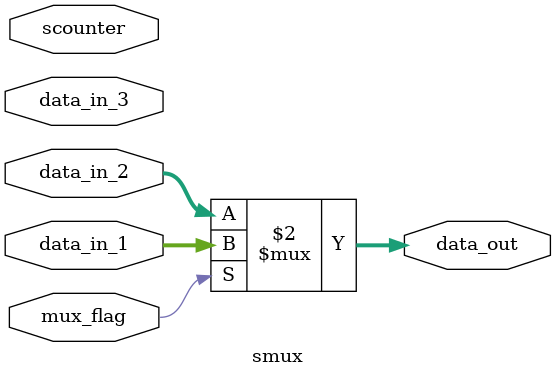
<source format=v>
module smux(
    input mux_flag,
    input [135:0] data_in_1,
    input [135:0] data_in_2,
    input [135:0] data_in_3,
    input [3:0] scounter,
    output reg [135:0] data_out
);
reg [33:0] R1, R2, R3, R4;
    always @(*) begin
        case(scounter) 
            2: data_out <= {R4, R3, R2, R1};
            14: R1 <= data_in_3[33:0];
            15: R2 <= data_in_3[33:0];
            0: R3 <= data_in_3[33:0];
            1: R4 <= data_in_3[33:0];
            default: data_out <= data_out;
        endcase
        data_out <= mux_flag ? data_in_1 : data_in_2;
    end

endmodule 
</source>
